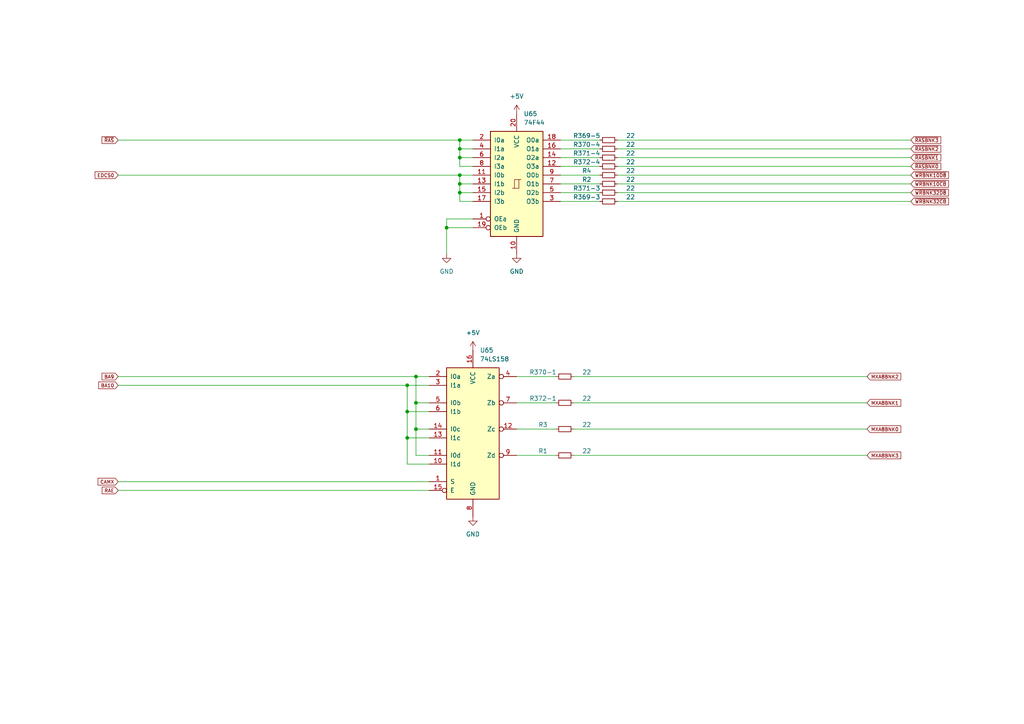
<source format=kicad_sch>
(kicad_sch (version 20211123) (generator eeschema)
  (paper "A4")
  (lib_symbols
    (symbol "74xx:74LS158" (pin_names (offset 1.016))
      (property "Reference" "U" (at -7.62 19.05 0))
      (property "Value" "74LS158" (at -7.62 -21.59 0))
      (symbol "74LS158_1_0"
        (pin input line (at -12.7 -15.24 0) (length 5.08) (name "S") (number "1"))
        (pin input line (at -12.7 -10.16 0) (length 5.08) (name "I1d") (number "10"))
        (pin input line (at -12.7 -7.62 0) (length 5.08) (name "I0d") (number "11"))
        (pin output inverted (at 12.7 0 180) (length 5.08) (name "Zc") (number "12"))
        (pin input line (at -12.7 -2.54 0) (length 5.08) (name "I1c") (number "13"))
        (pin input line (at -12.7 0 0) (length 5.08) (name "I0c") (number "14"))
        (pin input inverted (at -12.7 -17.78 0) (length 5.08) (name "E") (number "15"))
        (pin power_in line (at 0 22.86 270) (length 5.08) (name "VCC") (number "16"))
        (pin input line (at -12.7 15.24 0) (length 5.08) (name "I0a") (number "2"))
        (pin input line (at -12.7 12.7 0) (length 5.08) (name "I1a") (number "3"))
        (pin output inverted (at 12.7 15.24 180) (length 5.08) (name "Za") (number "4"))
        (pin input line (at -12.7 7.62 0) (length 5.08) (name "I0b") (number "5"))
        (pin input line (at -12.7 5.08 0) (length 5.08) (name "I1b") (number "6"))
        (pin output inverted (at 12.7 7.62 180) (length 5.08) (name "Zb") (number "7"))
        (pin power_in line (at 0 -25.4 90) (length 5.08) (name "GND") (number "8"))
        (pin output inverted (at 12.7 -7.62 180) (length 5.08) (name "Zd") (number "9"))
      )
      (symbol "74LS158_1_1"
        (rectangle (start -7.62 17.78) (end 7.62 -20.32) (stroke (width 0.254)) (fill (type background)))
      )
    )
    (symbol "74xx:74LS244" (pin_names (offset 1.016))
      (property "Reference" "U" (at -7.62 16.51 0))
      (property "Value" "74LS244" (at -7.62 -16.51 0))
      (symbol "74LS244_1_0"
        (polyline (pts (xy -0.635 -1.27) (xy -0.635 1.27) (xy 0.635 1.27)))
        (polyline (pts (xy -1.27 -1.27) (xy 0.635 -1.27) (xy 0.635 1.27) (xy 1.27 1.27)))
        (pin input inverted (at -12.7 -10.16 0) (length 5.08) (name "OEa") (number "1"))
        (pin power_in line (at 0 -20.32 90) (length 5.08) (name "GND") (number "10"))
        (pin input line (at -12.7 2.54 0) (length 5.08) (name "I0b") (number "11"))
        (pin tri_state line (at 12.7 5.08 180) (length 5.08) (name "O3a") (number "12"))
        (pin input line (at -12.7 0 0) (length 5.08) (name "I1b") (number "13"))
        (pin tri_state line (at 12.7 7.62 180) (length 5.08) (name "O2a") (number "14"))
        (pin input line (at -12.7 -2.54 0) (length 5.08) (name "I2b") (number "15"))
        (pin tri_state line (at 12.7 10.16 180) (length 5.08) (name "O1a") (number "16"))
        (pin input line (at -12.7 -5.08 0) (length 5.08) (name "I3b") (number "17"))
        (pin tri_state line (at 12.7 12.7 180) (length 5.08) (name "O0a") (number "18"))
        (pin input inverted (at -12.7 -12.7 0) (length 5.08) (name "OEb") (number "19"))
        (pin input line (at -12.7 12.7 0) (length 5.08) (name "I0a") (number "2"))
        (pin power_in line (at 0 20.32 270) (length 5.08) (name "VCC") (number "20"))
        (pin tri_state line (at 12.7 -5.08 180) (length 5.08) (name "O3b") (number "3"))
        (pin input line (at -12.7 10.16 0) (length 5.08) (name "I1a") (number "4"))
        (pin tri_state line (at 12.7 -2.54 180) (length 5.08) (name "O2b") (number "5"))
        (pin input line (at -12.7 7.62 0) (length 5.08) (name "I2a") (number "6"))
        (pin tri_state line (at 12.7 0 180) (length 5.08) (name "O1b") (number "7"))
        (pin input line (at -12.7 5.08 0) (length 5.08) (name "I3a") (number "8"))
        (pin tri_state line (at 12.7 2.54 180) (length 5.08) (name "O0b") (number "9"))
      )
      (symbol "74LS244_1_1"
        (rectangle (start -7.62 15.24) (end 7.62 -15.24) (stroke (width 0.254)) (fill (type background)))
      )
    )
    (symbol "Device:R_Small" (pin_numbers hide) (pin_names (offset 0.254) hide)
      (property "Reference" "R" (at 0.762 0.508 0))
      (property "Value" "R_Small" (at 0.762 -1.016 0))
      (symbol "R_Small_0_1"
        (rectangle (start -0.762 1.778) (end 0.762 -1.778) (stroke (width 0.2032)))
      )
      (symbol "R_Small_1_1"
        (pin passive line (at 0 2.54 270) (length 0.762) (name "~") (number "1"))
        (pin passive line (at 0 -2.54 90) (length 0.762) (name "~") (number "2"))
      )
    )
    (symbol "power:+5V" (power) (pin_names (offset 0))
      (property "Value" "+5V" (at 0 3.556 0))
      (symbol "+5V_0_1"
        (polyline (pts (xy -0.762 1.27) (xy 0 2.54)))
        (polyline (pts (xy 0 0) (xy 0 2.54)))
        (polyline (pts (xy 0 2.54) (xy 0.762 1.27)))
      )
      (symbol "+5V_1_1"
        (pin power_in line (at 0 0 90) (length 0) hide (name "+5V") (number "1"))
      )
    )
    (symbol "power:GND" (power) (pin_names (offset 0))
      (property "Value" "GND" (at 0 -3.81 0))
      (symbol "GND_0_1"
        (polyline (pts (xy 0 0) (xy 0 -1.27) (xy 1.27 -1.27) (xy 0 -2.54) (xy -1.27 -1.27) (xy 0 -1.27)))
      )
      (symbol "GND_1_1"
        (pin power_in line (at 0 0 270) (length 0) hide (name "GND") (number "1"))
      )
    )
  )
  (junction (at 118.11 119.38))
  (junction (at 133.35 45.72))
  (junction (at 133.35 50.8))
  (junction (at 133.35 40.64))
  (junction (at 129.54 66.04))
  (junction (at 133.35 53.34))
  (junction (at 120.65 109.22))
  (junction (at 133.35 43.18))
  (junction (at 120.65 116.84))
  (junction (at 118.11 111.76))
  (junction (at 120.65 124.46))
  (junction (at 118.11 127))
  (junction (at 133.35 55.88))
  (wire (pts (xy 133.35 58.42) (xy 137.16 58.42)))
  (wire (pts (xy 133.35 45.72) (xy 133.35 43.18)))
  (wire (pts (xy 137.16 63.5) (xy 129.54 63.5)))
  (wire (pts (xy 162.56 40.64) (xy 173.99 40.64)))
  (wire (pts (xy 149.86 109.22) (xy 161.29 109.22)))
  (wire (pts (xy 120.65 109.22) (xy 120.65 116.84)))
  (wire (pts (xy 149.86 132.08) (xy 161.29 132.08)))
  (wire (pts (xy 34.29 50.8) (xy 133.35 50.8)))
  (wire (pts (xy 133.35 40.64) (xy 137.16 40.64)))
  (wire (pts (xy 118.11 134.62) (xy 124.46 134.62)))
  (wire (pts (xy 162.56 43.18) (xy 173.99 43.18)))
  (wire (pts (xy 179.07 45.72) (xy 264.16 45.72)))
  (wire (pts (xy 166.37 116.84) (xy 251.46 116.84)))
  (wire (pts (xy 162.56 53.34) (xy 173.99 53.34)))
  (wire (pts (xy 166.37 132.08) (xy 251.46 132.08)))
  (wire (pts (xy 120.65 116.84) (xy 120.65 124.46)))
  (wire (pts (xy 129.54 66.04) (xy 129.54 73.66)))
  (wire (pts (xy 133.35 55.88) (xy 133.35 53.34)))
  (wire (pts (xy 118.11 111.76) (xy 118.11 119.38)))
  (wire (pts (xy 124.46 109.22) (xy 120.65 109.22)))
  (wire (pts (xy 133.35 50.8) (xy 133.35 53.34)))
  (wire (pts (xy 166.37 109.22) (xy 251.46 109.22)))
  (wire (pts (xy 179.07 58.42) (xy 264.16 58.42)))
  (wire (pts (xy 179.07 53.34) (xy 264.16 53.34)))
  (wire (pts (xy 118.11 127) (xy 118.11 134.62)))
  (wire (pts (xy 120.65 116.84) (xy 124.46 116.84)))
  (wire (pts (xy 34.29 40.64) (xy 133.35 40.64)))
  (wire (pts (xy 120.65 132.08) (xy 124.46 132.08)))
  (wire (pts (xy 34.29 111.76) (xy 118.11 111.76)))
  (wire (pts (xy 149.86 124.46) (xy 161.29 124.46)))
  (wire (pts (xy 162.56 48.26) (xy 173.99 48.26)))
  (wire (pts (xy 162.56 45.72) (xy 173.99 45.72)))
  (wire (pts (xy 149.86 116.84) (xy 161.29 116.84)))
  (wire (pts (xy 137.16 55.88) (xy 133.35 55.88)))
  (wire (pts (xy 118.11 127) (xy 124.46 127)))
  (wire (pts (xy 133.35 43.18) (xy 137.16 43.18)))
  (wire (pts (xy 129.54 66.04) (xy 137.16 66.04)))
  (wire (pts (xy 34.29 139.7) (xy 124.46 139.7)))
  (wire (pts (xy 133.35 48.26) (xy 133.35 45.72)))
  (wire (pts (xy 118.11 111.76) (xy 124.46 111.76)))
  (wire (pts (xy 118.11 119.38) (xy 124.46 119.38)))
  (wire (pts (xy 179.07 40.64) (xy 264.16 40.64)))
  (wire (pts (xy 162.56 55.88) (xy 173.99 55.88)))
  (wire (pts (xy 137.16 48.26) (xy 133.35 48.26)))
  (wire (pts (xy 133.35 53.34) (xy 137.16 53.34)))
  (wire (pts (xy 34.29 142.24) (xy 124.46 142.24)))
  (wire (pts (xy 166.37 124.46) (xy 251.46 124.46)))
  (wire (pts (xy 162.56 58.42) (xy 173.99 58.42)))
  (wire (pts (xy 162.56 50.8) (xy 173.99 50.8)))
  (wire (pts (xy 179.07 48.26) (xy 264.16 48.26)))
  (wire (pts (xy 179.07 43.18) (xy 264.16 43.18)))
  (wire (pts (xy 133.35 45.72) (xy 137.16 45.72)))
  (wire (pts (xy 129.54 63.5) (xy 129.54 66.04)))
  (wire (pts (xy 133.35 55.88) (xy 133.35 58.42)))
  (wire (pts (xy 179.07 50.8) (xy 264.16 50.8)))
  (wire (pts (xy 34.29 109.22) (xy 120.65 109.22)))
  (wire (pts (xy 179.07 55.88) (xy 264.16 55.88)))
  (wire (pts (xy 137.16 50.8) (xy 133.35 50.8)))
  (wire (pts (xy 120.65 124.46) (xy 124.46 124.46)))
  (wire (pts (xy 120.65 124.46) (xy 120.65 132.08)))
  (wire (pts (xy 133.35 43.18) (xy 133.35 40.64)))
  (wire (pts (xy 118.11 119.38) (xy 118.11 127)))
  (global_label "~{RAS}" (shape input) (at 34.29 40.64 180) (effects (font (size 1 1))) (property "Intersheet References" "${INTERSHEET_REFS}" (effects hide)))
  (global_label "BA9" (shape input) (at 34.29 109.22 180) (effects (font (size 1 1))) (property "Intersheet References" "${INTERSHEET_REFS}" (effects hide)))
  (global_label "~{WRBNK10C8}" (shape input) (at 264.16 53.34 0) (effects (font (size 1 1))) (property "Intersheet References" "${INTERSHEET_REFS}" (effects hide)))
  (global_label "~{WRBNK32C8}" (shape input) (at 264.16 58.42 0) (effects (font (size 1 1))) (property "Intersheet References" "${INTERSHEET_REFS}" (effects hide)))
  (global_label "~{RASBNK2}" (shape input) (at 264.16 43.18 0) (effects (font (size 1 1))) (property "Intersheet References" "${INTERSHEET_REFS}" (effects hide)))
  (global_label "~{WRBNK10D8}" (shape input) (at 264.16 50.8 0) (effects (font (size 1 1))) (property "Intersheet References" "${INTERSHEET_REFS}" (effects hide)))
  (global_label "EDCS0" (shape input) (at 34.29 50.8 180) (effects (font (size 1 1))) (property "Intersheet References" "${INTERSHEET_REFS}" (effects hide)))
  (global_label "RAE" (shape input) (at 34.29 142.24 180) (effects (font (size 1 1))) (property "Intersheet References" "${INTERSHEET_REFS}" (effects hide)))
  (global_label "BA10" (shape input) (at 34.29 111.76 180) (effects (font (size 1 1))) (property "Intersheet References" "${INTERSHEET_REFS}" (effects hide)))
  (global_label "MXA8BNK1" (shape input) (at 251.46 116.84 0) (effects (font (size 1 1))) (property "Intersheet References" "${INTERSHEET_REFS}" (effects hide)))
  (global_label "~{RASBNK0}" (shape input) (at 264.16 48.26 0) (effects (font (size 1 1))) (property "Intersheet References" "${INTERSHEET_REFS}" (effects hide)))
  (global_label "MXA8BNK0" (shape input) (at 251.46 124.46 0) (effects (font (size 1 1))) (property "Intersheet References" "${INTERSHEET_REFS}" (effects hide)))
  (global_label "MXA8BNK2" (shape input) (at 251.46 109.22 0) (effects (font (size 1 1))) (property "Intersheet References" "${INTERSHEET_REFS}" (effects hide)))
  (global_label "~{WRBNK32D8}" (shape input) (at 264.16 55.88 0) (effects (font (size 1 1))) (property "Intersheet References" "${INTERSHEET_REFS}" (effects hide)))
  (global_label "CAMX" (shape input) (at 34.29 139.7 180) (effects (font (size 1 1))) (property "Intersheet References" "${INTERSHEET_REFS}" (effects hide)))
  (global_label "MXA8BNK3" (shape input) (at 251.46 132.08 0) (effects (font (size 1 1))) (property "Intersheet References" "${INTERSHEET_REFS}" (effects hide)))
  (global_label "~{RASBNK3}" (shape input) (at 264.16 40.64 0) (effects (font (size 1 1))) (property "Intersheet References" "${INTERSHEET_REFS}" (effects hide)))
  (global_label "~{RASBNK1}" (shape input) (at 264.16 45.72 0) (effects (font (size 1 1))) (property "Intersheet References" "${INTERSHEET_REFS}" (effects hide)))
  (symbol (lib_id "Device:R_Small") (at 176.53 45.72 90) (unit 1)
    (property "Reference" "R371-4" (at 170.18 44.45 90))
    (property "Value" "22" (at 182.88 44.45 90))
  )
  (symbol (lib_id "74xx:74LS158") (at 137.16 124.46 0) (unit 1)
    (property "Reference" "U65" (at 139.1794 101.6 0) (effects (justify left)))
    (property "Value" "74LS158" (at 139.1794 104.14 0) (effects (justify left)))
    (property "Datasheet" "http://www.ti.com/lit/gpn/sn74LS158" (effects hide))
  )
  (symbol (lib_id "Device:R_Small") (at 176.53 43.18 90) (unit 1)
    (property "Reference" "R370-4" (at 170.18 41.91 90))
    (property "Value" "22" (at 182.88 41.91 90))
  )
  (symbol (lib_id "Device:R_Small") (at 176.53 40.64 90) (unit 1)
    (property "Reference" "R369-5" (at 170.18 39.37 90))
    (property "Value" "22" (at 182.88 39.37 90))
  )
  (symbol (lib_id "power:GND") (at 129.54 73.66 0) (unit 1)
    (property "Reference" "#PWR?" (effects hide))
    (property "Value" "GND" (at 129.54 78.74 0))
  )
  (symbol (lib_id "Device:R_Small") (at 163.83 109.22 90) (unit 1)
    (property "Reference" "R370-1" (at 157.48 107.95 90))
    (property "Value" "22" (at 170.18 107.95 90))
  )
  (symbol (lib_id "Device:R_Small") (at 163.83 124.46 90) (unit 1)
    (property "Reference" "R3" (at 157.48 123.19 90))
    (property "Value" "22" (at 170.18 123.19 90))
  )
  (symbol (lib_id "power:GND") (at 137.16 149.86 0) (unit 1)
    (property "Reference" "#PWR?" (effects hide))
    (property "Value" "GND" (at 137.16 154.94 0))
  )
  (symbol (lib_id "power:+5V") (at 137.16 101.6 0) (unit 1)
    (property "Reference" "#PWR?" (effects hide))
    (property "Value" "+5V" (at 137.16 96.52 0))
  )
  (symbol (lib_id "Device:R_Small") (at 176.53 50.8 90) (unit 1)
    (property "Reference" "R4" (at 170.18 49.53 90))
    (property "Value" "22" (at 182.88 49.53 90))
  )
  (symbol (lib_id "Device:R_Small") (at 163.83 132.08 90) (unit 1)
    (property "Reference" "R1" (at 157.48 130.81 90))
    (property "Value" "22" (at 170.18 130.81 90))
  )
  (symbol (lib_id "74xx:74LS244") (at 149.86 53.34 0) (unit 1)
    (property "Reference" "U65" (at 151.8794 33.02 0) (effects (justify left)))
    (property "Value" "74F44" (at 151.8794 35.56 0) (effects (justify left)))
    (property "Datasheet" "http://www.ti.com/lit/ds/symlink/sn74ls244.pdf" (effects hide))
  )
  (symbol (lib_id "power:+5V") (at 149.86 33.02 0) (unit 1)
    (property "Reference" "#PWR?" (effects hide))
    (property "Value" "+5V" (at 149.86 27.94 0))
  )
  (symbol (lib_id "power:GND") (at 149.86 73.66 0) (unit 1)
    (property "Reference" "#PWR?" (effects hide))
    (property "Value" "GND" (at 149.86 78.74 0))
  )
  (symbol (lib_id "Device:R_Small") (at 163.83 116.84 90) (unit 1)
    (property "Reference" "R372-1" (at 157.48 115.57 90))
    (property "Value" "22" (at 170.18 115.57 90))
  )
  (symbol (lib_id "Device:R_Small") (at 176.53 48.26 90) (unit 1)
    (property "Reference" "R372-4" (at 170.18 46.99 90))
    (property "Value" "22" (at 182.88 46.99 90))
  )
  (symbol (lib_id "Device:R_Small") (at 176.53 58.42 90) (unit 1)
    (property "Reference" "R369-3" (at 170.18 57.15 90))
    (property "Value" "22" (at 182.88 57.15 90))
  )
  (symbol (lib_id "Device:R_Small") (at 176.53 55.88 90) (unit 1)
    (property "Reference" "R371-3" (at 170.18 54.61 90))
    (property "Value" "22" (at 182.88 54.61 90))
  )
  (symbol (lib_id "Device:R_Small") (at 176.53 53.34 90) (unit 1)
    (property "Reference" "R2" (at 170.18 52.07 90))
    (property "Value" "22" (at 182.88 52.07 90))
  )
)
</source>
